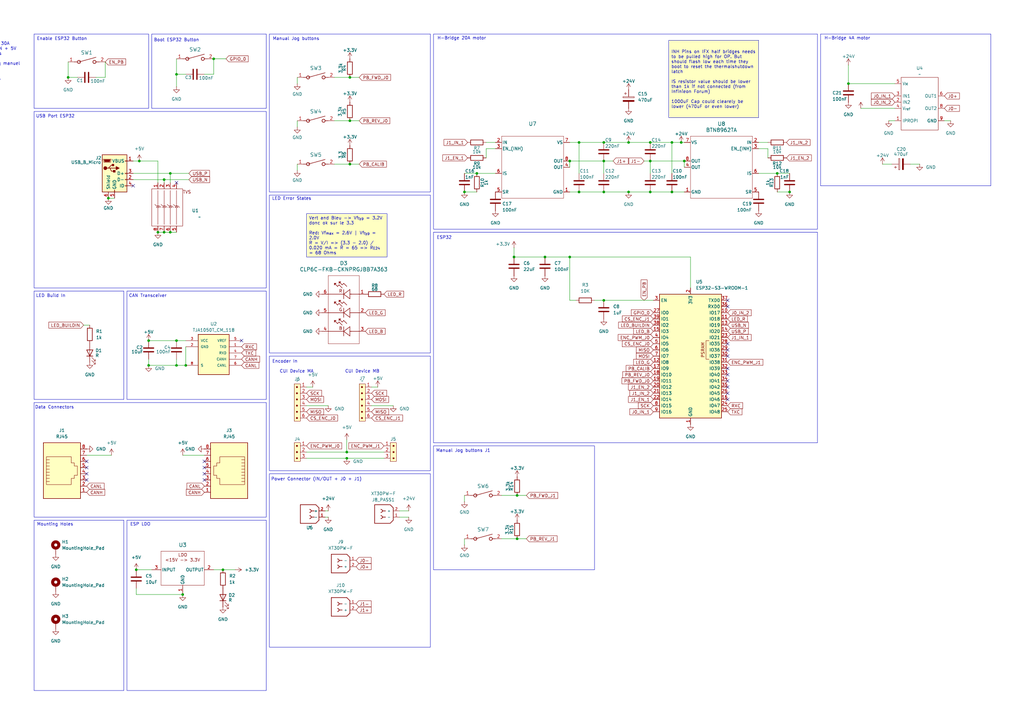
<source format=kicad_sch>
(kicad_sch (version 20231120) (generator "eeschema") (generator_version "8.0")
  (paper "A3")
  (junction (at 257.81 78.74))
  (junction (at 323.85 78.74))
  (junction (at 247.65 123.19))
  (junction (at 223.52 105.41))
  (junction (at 237.49 78.74))
  (junction (at 143.51 31.75))
  (junction (at 212.09 220.98))
  (junction (at 64.77 95.25))
  (junction (at 257.81 58.42))
  (junction (at 60.96 139.7))
  (junction (at 190.5 78.74))
  (junction (at 142.24 187.96))
  (junction (at 266.7 66.04))
  (junction (at 279.4 58.42))
  (junction (at 69.85 95.25))
  (junction (at 76.2 149.86))
  (junction (at 318.77 71.12))
  (junction (at 212.09 203.2))
  (junction (at 237.49 58.42))
  (junction (at 143.51 49.53))
  (junction (at 44.45 81.28))
  (junction (at 72.39 30.48))
  (junction (at 275.59 58.42))
  (junction (at 210.82 105.41))
  (junction (at 27.94 31.75))
  (junction (at 57.15 66.04))
  (junction (at 275.59 78.74))
  (junction (at 67.31 95.25))
  (junction (at 233.68 66.04))
  (junction (at 87.63 24.13))
  (junction (at 69.85 71.12))
  (junction (at 195.58 71.12))
  (junction (at 266.7 78.74))
  (junction (at 74.93 243.84))
  (junction (at 266.7 58.42))
  (junction (at 55.88 233.68))
  (junction (at 72.39 139.7))
  (junction (at 60.96 149.86))
  (junction (at 143.51 67.31))
  (junction (at 280.67 66.04))
  (junction (at 91.44 233.68))
  (junction (at 247.65 78.74))
  (junction (at 142.24 185.42))
  (junction (at 67.31 73.66))
  (junction (at 233.68 105.41))
  (junction (at 347.98 34.29))
  (junction (at 247.65 66.04))
  (junction (at 247.65 58.42))
  (junction (at 72.39 149.86))
  (no_connect (at 298.45 158.75))
  (no_connect (at 298.45 125.73))
  (no_connect (at 35.56 196.85))
  (no_connect (at 298.45 163.83))
  (no_connect (at 298.45 156.21))
  (no_connect (at 83.82 189.23))
  (no_connect (at 298.45 143.51))
  (no_connect (at 54.61 76.2))
  (no_connect (at 298.45 123.19))
  (no_connect (at 72.39 74.93))
  (no_connect (at 83.82 191.77))
  (no_connect (at 298.45 161.29))
  (no_connect (at 35.56 191.77))
  (no_connect (at 298.45 140.97))
  (no_connect (at 35.56 189.23))
  (no_connect (at 83.82 196.85))
  (no_connect (at 35.56 194.31))
  (no_connect (at 298.45 151.13))
  (no_connect (at 298.45 146.05))
  (no_connect (at 83.82 194.31))
  (no_connect (at 298.45 153.67))
  (no_connect (at 99.06 139.7))
  (wire (pts (xy 27.94 31.75) (xy 31.75 31.75)))
  (wire (pts (xy 92.71 24.13) (xy 87.63 24.13)))
  (wire (pts (xy 55.88 233.68) (xy 62.23 233.68)))
  (wire (pts (xy 143.51 31.75) (xy 137.16 31.75)))
  (wire (pts (xy 67.31 73.66) (xy 77.47 73.66)))
  (wire (pts (xy 243.84 123.19) (xy 247.65 123.19)))
  (wire (pts (xy 69.85 71.12) (xy 69.85 74.93)))
  (wire (pts (xy 142.24 185.42) (xy 125.73 185.42)))
  (wire (pts (xy 163.83 212.09) (xy 167.64 212.09)))
  (wire (pts (xy 283.21 105.41) (xy 283.21 118.11)))
  (wire (pts (xy 377.19 67.31) (xy 373.38 67.31)))
  (wire (pts (xy 91.44 233.68) (xy 87.63 233.68)))
  (wire (pts (xy 347.98 34.29) (xy 367.03 34.29)))
  (wire (pts (xy 128.27 158.75) (xy 125.73 158.75)))
  (wire (pts (xy 215.9 203.2) (xy 212.09 203.2)))
  (wire (pts (xy 147.32 67.31) (xy 143.51 67.31)))
  (wire (pts (xy 266.7 58.42) (xy 275.59 58.42)))
  (wire (pts (xy 74.93 186.69) (xy 83.82 186.69)))
  (wire (pts (xy 280.67 66.04) (xy 280.67 68.58)))
  (wire (pts (xy 275.59 58.42) (xy 279.4 58.42)))
  (wire (pts (xy 190.5 78.74) (xy 195.58 78.74)))
  (wire (pts (xy 205.74 220.98) (xy 212.09 220.98)))
  (wire (pts (xy 195.58 71.12) (xy 203.2 71.12)))
  (wire (pts (xy 121.92 69.85) (xy 121.92 67.31)))
  (wire (pts (xy 55.88 241.3) (xy 55.88 243.84)))
  (wire (pts (xy 237.49 58.42) (xy 237.49 71.12)))
  (wire (pts (xy 72.39 35.56) (xy 72.39 30.48)))
  (wire (pts (xy 72.39 30.48) (xy 72.39 24.13)))
  (wire (pts (xy 163.83 209.55) (xy 167.64 209.55)))
  (wire (pts (xy 364.49 49.53) (xy 367.03 49.53)))
  (wire (pts (xy 266.7 66.04) (xy 266.7 71.12)))
  (wire (pts (xy 121.92 34.29) (xy 121.92 31.75)))
  (wire (pts (xy 69.85 71.12) (xy 77.47 71.12)))
  (wire (pts (xy 210.82 105.41) (xy 223.52 105.41)))
  (wire (pts (xy 257.81 78.74) (xy 266.7 78.74)))
  (wire (pts (xy 237.49 78.74) (xy 247.65 78.74)))
  (wire (pts (xy 64.77 66.04) (xy 64.77 74.93)))
  (wire (pts (xy 54.61 71.12) (xy 69.85 71.12)))
  (wire (pts (xy 190.5 223.52) (xy 190.5 220.98)))
  (wire (pts (xy 83.82 30.48) (xy 87.63 30.48)))
  (wire (pts (xy 212.09 203.2) (xy 205.74 203.2)))
  (wire (pts (xy 154.94 158.75) (xy 152.4 158.75)))
  (wire (pts (xy 125.73 187.96) (xy 142.24 187.96)))
  (wire (pts (xy 247.65 123.19) (xy 267.97 123.19)))
  (wire (pts (xy 314.96 58.42) (xy 311.15 58.42)))
  (wire (pts (xy 223.52 105.41) (xy 233.68 105.41)))
  (wire (pts (xy 199.39 60.96) (xy 203.2 60.96)))
  (wire (pts (xy 60.96 149.86) (xy 72.39 149.86)))
  (wire (pts (xy 87.63 30.48) (xy 87.63 24.13)))
  (wire (pts (xy 233.68 78.74) (xy 237.49 78.74)))
  (wire (pts (xy 233.68 66.04) (xy 247.65 66.04)))
  (wire (pts (xy 275.59 58.42) (xy 275.59 71.12)))
  (wire (pts (xy 233.68 105.41) (xy 233.68 123.19)))
  (wire (pts (xy 121.92 52.07) (xy 121.92 49.53)))
  (wire (pts (xy 199.39 58.42) (xy 203.2 58.42)))
  (wire (pts (xy 134.62 209.55) (xy 133.35 209.55)))
  (wire (pts (xy 199.39 64.77) (xy 199.39 60.96)))
  (wire (pts (xy 318.77 71.12) (xy 311.15 71.12)))
  (wire (pts (xy 137.16 49.53) (xy 143.51 49.53)))
  (wire (pts (xy 247.65 58.42) (xy 257.81 58.42)))
  (wire (pts (xy 190.5 205.74) (xy 190.5 203.2)))
  (wire (pts (xy 96.52 233.68) (xy 91.44 233.68)))
  (wire (pts (xy 283.21 105.41) (xy 233.68 105.41)))
  (wire (pts (xy 44.45 81.28) (xy 46.99 81.28)))
  (wire (pts (xy 27.94 25.4) (xy 27.94 31.75)))
  (wire (pts (xy 36.83 133.35) (xy 34.29 133.35)))
  (wire (pts (xy 142.24 180.34) (xy 142.24 185.42)))
  (wire (pts (xy 69.85 95.25) (xy 72.39 95.25)))
  (wire (pts (xy 353.06 44.45) (xy 367.03 44.45)))
  (wire (pts (xy 60.96 139.7) (xy 72.39 139.7)))
  (wire (pts (xy 60.96 147.32) (xy 60.96 149.86)))
  (wire (pts (xy 275.59 78.74) (xy 280.67 78.74)))
  (wire (pts (xy 134.62 212.09) (xy 133.35 212.09)))
  (wire (pts (xy 264.16 66.04) (xy 266.7 66.04)))
  (wire (pts (xy 143.51 67.31) (xy 137.16 67.31)))
  (wire (pts (xy 76.2 142.24) (xy 76.2 149.86)))
  (wire (pts (xy 64.77 95.25) (xy 67.31 95.25)))
  (wire (pts (xy 161.29 166.37) (xy 152.4 166.37)))
  (wire (pts (xy 43.18 31.75) (xy 43.18 25.4)))
  (wire (pts (xy 72.39 147.32) (xy 72.39 149.86)))
  (wire (pts (xy 247.65 78.74) (xy 257.81 78.74)))
  (wire (pts (xy 314.96 60.96) (xy 311.15 60.96)))
  (wire (pts (xy 247.65 66.04) (xy 251.46 66.04)))
  (wire (pts (xy 142.24 185.42) (xy 157.48 185.42)))
  (wire (pts (xy 233.68 66.04) (xy 233.68 68.58)))
  (wire (pts (xy 72.39 149.86) (xy 76.2 149.86)))
  (wire (pts (xy 247.65 66.04) (xy 247.65 71.12)))
  (wire (pts (xy 39.37 31.75) (xy 43.18 31.75)))
  (wire (pts (xy 134.62 166.37) (xy 125.73 166.37)))
  (wire (pts (xy 257.81 58.42) (xy 266.7 58.42)))
  (wire (pts (xy 389.89 49.53) (xy 387.35 49.53)))
  (wire (pts (xy 64.77 66.04) (xy 57.15 66.04)))
  (wire (pts (xy 233.68 123.19) (xy 236.22 123.19)))
  (wire (pts (xy 57.15 66.04) (xy 54.61 66.04)))
  (wire (pts (xy 142.24 187.96) (xy 157.48 187.96)))
  (wire (pts (xy 347.98 26.67) (xy 347.98 34.29)))
  (wire (pts (xy 323.85 71.12) (xy 318.77 71.12)))
  (wire (pts (xy 35.56 186.69) (xy 45.72 186.69)))
  (wire (pts (xy 212.09 220.98) (xy 215.9 220.98)))
  (wire (pts (xy 190.5 71.12) (xy 195.58 71.12)))
  (wire (pts (xy 279.4 58.42) (xy 280.67 58.42)))
  (wire (pts (xy 67.31 73.66) (xy 67.31 74.93)))
  (wire (pts (xy 143.51 49.53) (xy 147.32 49.53)))
  (wire (pts (xy 210.82 101.6) (xy 210.82 105.41)))
  (wire (pts (xy 54.61 73.66) (xy 67.31 73.66)))
  (wire (pts (xy 147.32 31.75) (xy 143.51 31.75)))
  (wire (pts (xy 233.68 58.42) (xy 237.49 58.42)))
  (wire (pts (xy 266.7 78.74) (xy 275.59 78.74)))
  (wire (pts (xy 314.96 64.77) (xy 314.96 60.96)))
  (wire (pts (xy 237.49 58.42) (xy 247.65 58.42)))
  (wire (pts (xy 67.31 95.25) (xy 69.85 95.25)))
  (wire (pts (xy 72.39 139.7) (xy 76.2 139.7)))
  (wire (pts (xy 361.95 67.31) (xy 365.76 67.31)))
  (wire (pts (xy 55.88 243.84) (xy 74.93 243.84)))
  (wire (pts (xy 266.7 66.04) (xy 280.67 66.04)))
  (wire (pts (xy 323.85 78.74) (xy 318.77 78.74)))
  (wire (pts (xy 76.2 30.48) (xy 72.39 30.48)))
  (rectangle (start 110.49 13.97) (end 176.53 78.74))
  (rectangle (start 62.23 13.97) (end 109.22 44.45))
  (rectangle (start 13.97 119.38) (end 50.8 163.83))
  (rectangle (start 177.8 95.25) (end 335.28 181.61))
  (rectangle (start 110.49 194.31) (end 176.53 265.43))
  (rectangle (start 110.49 80.01) (end 176.53 144.78))
  (rectangle (start 13.97 213.36) (end 50.8 283.21))
  (rectangle (start 177.8 13.97) (end 335.28 93.98))
  (rectangle (start 13.97 45.72) (end 109.22 118.11))
  (rectangle (start 13.97 13.97) (end 60.96 44.45))
  (rectangle (start 13.97 165.1) (end 109.22 212.09))
  (rectangle (start 177.8 182.88) (end 243.84 233.68))
  (rectangle (start 52.07 119.38) (end 109.22 163.83))
  (rectangle (start 52.07 213.36) (end 109.22 283.21))
  (rectangle (start 110.49 146.05) (end 176.53 193.04))
  (rectangle (start 336.55 13.97) (end 406.4 76.2))
  (text_box "Vert and Bleu -> Vf_{typ} = 3.2V donc ok sur le 3.3\n\nRed: Vf_{max} = 2.6V | Vf_{typ} = 2.0V\nR = V/I => (3.3 - 2.0) / 0.020 mA = R = 65 => R_{E24} = 68 Ohms\n" (at 125.73 87.63 0) (size 33.02 17.78) (fill (type color) (color 255 255 194 1)) (effects (font (size 1.27 1.27)) (justify left top)))
  (text_box "INH Pins on IFX half bridges needs to be pulled high for OP. But should flash low each time they boot to reset the thermalshutdown latch\n\nIS resistor value should be lower than 1k if not connected (from Infinieon Forum)\n\n1000uF Cap could clearely be lower (470uF or even lower)" (at 274.32 16.51 0) (size 36.83 31.75) (fill (type color) (color 255 255 194 1)) (effects (font (size 1.27 1.27)) (justify left)))
  (text "Boot ESP32 Button" (at 72.39 16.51 0) (effects (font (size 1.27 1.27))))
  (text "LED Build In" (at 14.732 121.412 0) (effects (font (size 1.27 1.27)) (justify left)))
  (text "Enable ESP32 Button" (at 25.4 16.002 0) (effects (font (size 1.27 1.27))))
  (text "CAN Transceiver" (at 52.832 121.412 0) (effects (font (size 1.27 1.27)) (justify left)))
  (text "Encoder In" (at 116.84 148.336 0) (effects (font (size 1.27 1.27))))
  (text "LED Error States" (at 119.634 81.534 0) (effects (font (size 1.27 1.27))))
  (text "Power Connector (IN/OUT + J0 + J1)" (at 129.794 196.596 0) (effects (font (size 1.27 1.27))))
  (text "ESP LDO" (at 53.34 215.138 0) (effects (font (size 1.27 1.27)) (justify left)))
  (text "CUI Device MB" (at 148.59 152.4 0) (effects (font (size 1.27 1.27))))
  (text "Manual Jog buttons" (at 121.412 16.002 0) (effects (font (size 1.27 1.27))))
  (text "Data Connectors" (at 22.352 167.132 0) (effects (font (size 1.27 1.27))))
  (text "H-Bridge 20A motor" (at 179.324 15.748 0) (effects (font (size 1.27 1.27)) (justify left)))
  (text "Mounting Holes" (at 22.606 215.138 0) (effects (font (size 1.27 1.27))))
  (text "USB Port ESP32" (at 14.732 47.752 0) (effects (font (size 1.27 1.27)) (justify left)))
  (text "Requirements:\n(x) ESP32 Basics\n(x) CANBUS\n(x) Passthrough de 30A\n(x) Passthrough CAN + 5V\n(x) 1 ou 2 encoders\n(x) Actual drive\n(x) 2 Bouton de jog manuel\n(x) 1 Bouton calib\n(x) Drive 4A\n(x) Output Motor 4A\n(x) Encodeur SPI" (at -19.304 23.114 0) (effects (font (size 1.27 1.27)) (justify left)))
  (text "CUI Device MA" (at 121.666 152.4 0) (effects (font (size 1.27 1.27))))
  (text "Manual Jog buttons J1" (at 189.992 184.912 0) (effects (font (size 1.27 1.27))))
  (text "H-Bridge 4A motor" (at 338.074 15.748 0) (effects (font (size 1.27 1.27)) (justify left)))
  (text "ESP32" (at 179.07 97.536 0) (effects (font (size 1.27 1.27)) (justify left)))
  (global_label "ENC_PWM_J1" (shape input) (at 298.45 148.59 0) (property "Intersheetrefs" "${INTERSHEET_REFS}" (effects (hide yes))))
  (global_label "J0_IN_1" (shape input) (at 367.03 39.37 180) (property "Intersheetrefs" "${INTERSHEET_REFS}" (effects (hide yes))))
  (global_label "LED_B" (shape input) (at 267.97 135.89 180) (property "Intersheetrefs" "${INTERSHEET_REFS}" (effects (hide yes))))
  (global_label "CANH" (shape input) (at 35.56 201.93 0) (property "Intersheetrefs" "${INTERSHEET_REFS}" (effects (hide yes))))
  (global_label "ENC_PWM_J0" (shape input) (at 267.97 138.43 180) (property "Intersheetrefs" "${INTERSHEET_REFS}" (effects (hide yes))))
  (global_label "J1+" (shape input) (at 251.46 66.04 0) (property "Intersheetrefs" "${INTERSHEET_REFS}" (effects (hide yes))))
  (global_label "SCK" (shape input) (at 125.73 161.29 0) (property "Intersheetrefs" "${INTERSHEET_REFS}" (effects (hide yes))))
  (global_label "LED_B" (shape input) (at 149.86 135.89 0) (property "Intersheetrefs" "${INTERSHEET_REFS}" (effects (hide yes))))
  (global_label "MOSI" (shape input) (at 152.4 163.83 0) (property "Intersheetrefs" "${INTERSHEET_REFS}" (effects (hide yes))))
  (global_label "J1_EN_2" (shape input) (at 322.58 64.77 0) (property "Intersheetrefs" "${INTERSHEET_REFS}" (effects (hide yes))))
  (global_label "LED_G" (shape input) (at 267.97 148.59 180) (property "Intersheetrefs" "${INTERSHEET_REFS}" (effects (hide yes))))
  (global_label "MOSI" (shape input) (at 267.97 146.05 180) (property "Intersheetrefs" "${INTERSHEET_REFS}" (effects (hide yes))))
  (global_label "J1_IN_1" (shape input) (at 191.77 58.42 180) (property "Intersheetrefs" "${INTERSHEET_REFS}" (effects (hide yes))))
  (global_label "PB_FWD_J1" (shape input) (at 215.9 203.2 0) (property "Intersheetrefs" "${INTERSHEET_REFS}" (effects (hide yes))))
  (global_label "J1-" (shape input) (at 264.16 66.04 180) (property "Intersheetrefs" "${INTERSHEET_REFS}" (effects (hide yes))))
  (global_label "J0_IN_1" (shape input) (at 267.97 168.91 180) (property "Intersheetrefs" "${INTERSHEET_REFS}" (effects (hide yes))))
  (global_label "PB_CALIB" (shape input) (at 147.32 67.31 0) (property "Intersheetrefs" "${INTERSHEET_REFS}" (effects (hide yes))))
  (global_label "MOSI" (shape input) (at 125.73 163.83 0) (property "Intersheetrefs" "${INTERSHEET_REFS}" (effects (hide yes))))
  (global_label "PB_REV_J0" (shape input) (at 147.32 49.53 0) (property "Intersheetrefs" "${INTERSHEET_REFS}" (effects (hide yes))))
  (global_label "SCK" (shape input) (at 267.97 166.37 180) (property "Intersheetrefs" "${INTERSHEET_REFS}" (effects (hide yes))))
  (global_label "RXC" (shape input) (at 298.45 166.37 0) (property "Intersheetrefs" "${INTERSHEET_REFS}" (effects (hide yes))))
  (global_label "USB_N" (shape input) (at 298.45 133.35 0) (property "Intersheetrefs" "${INTERSHEET_REFS}" (effects (hide yes))))
  (global_label "PB_FWD_J0" (shape input) (at 147.32 31.75 0) (property "Intersheetrefs" "${INTERSHEET_REFS}" (effects (hide yes))))
  (global_label "USB_P" (shape input) (at 77.47 71.12 0) (property "Intersheetrefs" "${INTERSHEET_REFS}" (effects (hide yes))))
  (global_label "ENC_PWM_J1" (shape input) (at 157.48 182.88 180) (property "Intersheetrefs" "${INTERSHEET_REFS}" (effects (hide yes))))
  (global_label "J1-" (shape input) (at 146.05 247.65 0) (property "Intersheetrefs" "${INTERSHEET_REFS}" (effects (hide yes))))
  (global_label "CS_ENC_J1" (shape input) (at 152.4 171.45 0) (property "Intersheetrefs" "${INTERSHEET_REFS}" (effects (hide yes))))
  (global_label "SCK" (shape input) (at 152.4 161.29 0) (property "Intersheetrefs" "${INTERSHEET_REFS}" (effects (hide yes))))
  (global_label "CANL" (shape input) (at 35.56 199.39 0) (property "Intersheetrefs" "${INTERSHEET_REFS}" (effects (hide yes))))
  (global_label "CANH" (shape input) (at 99.06 147.32 0) (property "Intersheetrefs" "${INTERSHEET_REFS}" (effects (hide yes))))
  (global_label "PB_CALIB" (shape input) (at 267.97 151.13 180) (property "Intersheetrefs" "${INTERSHEET_REFS}" (effects (hide yes))))
  (global_label "GPIO_0" (shape input) (at 92.71 24.13 0) (property "Intersheetrefs" "${INTERSHEET_REFS}" (effects (hide yes))))
  (global_label "J0+" (shape input) (at 387.35 39.37 0) (property "Intersheetrefs" "${INTERSHEET_REFS}" (effects (hide yes))))
  (global_label "PB_REV_J1" (shape input) (at 215.9 220.98 0) (property "Intersheetrefs" "${INTERSHEET_REFS}" (effects (hide yes))))
  (global_label "J1_EN_2" (shape input) (at 267.97 158.75 180) (property "Intersheetrefs" "${INTERSHEET_REFS}" (effects (hide yes))))
  (global_label "GPIO_0" (shape input) (at 267.97 128.27 180) (property "Intersheetrefs" "${INTERSHEET_REFS}" (effects (hide yes))))
  (global_label "PB_FWD_J0" (shape input) (at 267.97 156.21 180) (property "Intersheetrefs" "${INTERSHEET_REFS}" (effects (hide yes))))
  (global_label "LED_BUILDIN" (shape input) (at 34.29 133.35 180) (property "Intersheetrefs" "${INTERSHEET_REFS}" (effects (hide yes))))
  (global_label "J1_IN_1" (shape input) (at 298.45 138.43 0) (property "Intersheetrefs" "${INTERSHEET_REFS}" (effects (hide yes))))
  (global_label "J1_IN_2" (shape input) (at 267.97 161.29 180) (property "Intersheetrefs" "${INTERSHEET_REFS}" (effects (hide yes))))
  (global_label "TXC" (shape input) (at 99.06 144.78 0) (property "Intersheetrefs" "${INTERSHEET_REFS}" (effects (hide yes))))
  (global_label "MISO" (shape input) (at 152.4 168.91 0) (property "Intersheetrefs" "${INTERSHEET_REFS}" (effects (hide yes))))
  (global_label "USB_N" (shape input) (at 77.47 73.66 0) (property "Intersheetrefs" "${INTERSHEET_REFS}" (effects (hide yes))))
  (global_label "CS_ENC_J0" (shape input) (at 267.97 140.97 180) (property "Intersheetrefs" "${INTERSHEET_REFS}" (effects (hide yes))))
  (global_label "EN_PB" (shape input) (at 43.18 25.4 0) (property "Intersheetrefs" "${INTERSHEET_REFS}" (effects (hide yes))))
  (global_label "J0_IN_2" (shape input) (at 298.45 128.27 0) (property "Intersheetrefs" "${INTERSHEET_REFS}" (effects (hide yes))))
  (global_label "J1+" (shape input) (at 146.05 250.19 0) (property "Intersheetrefs" "${INTERSHEET_REFS}" (effects (hide yes))))
  (global_label "EN_PB" (shape input) (at 264.16 123.19 90) (property "Intersheetrefs" "${INTERSHEET_REFS}" (effects (hide yes))))
  (global_label "CS_ENC_J0" (shape input) (at 125.73 171.45 0) (property "Intersheetrefs" "${INTERSHEET_REFS}" (effects (hide yes))))
  (global_label "ENC_PWM_J0" (shape input) (at 125.73 182.88 0) (property "Intersheetrefs" "${INTERSHEET_REFS}" (effects (hide yes))))
  (global_label "PB_REV_J0" (shape input) (at 267.97 153.67 180) (property "Intersheetrefs" "${INTERSHEET_REFS}" (effects (hide yes))))
  (global_label "J1_EN_1" (shape input) (at 267.97 163.83 180) (property "Intersheetrefs" "${INTERSHEET_REFS}" (effects (hide yes))))
  (global_label "LED_R" (shape input) (at 298.45 130.81 0) (property "Intersheetrefs" "${INTERSHEET_REFS}" (effects (hide yes))))
  (global_label "MISO" (shape input) (at 267.97 143.51 180) (property "Intersheetrefs" "${INTERSHEET_REFS}" (effects (hide yes))))
  (global_label "J1_IN_2" (shape input) (at 322.58 58.42 0) (property "Intersheetrefs" "${INTERSHEET_REFS}" (effects (hide yes))))
  (global_label "RXC" (shape input) (at 99.06 142.24 0) (property "Intersheetrefs" "${INTERSHEET_REFS}" (effects (hide yes))))
  (global_label "TXC" (shape input) (at 298.45 168.91 0) (property "Intersheetrefs" "${INTERSHEET_REFS}" (effects (hide yes))))
  (global_label "CS_ENC_J1" (shape input) (at 267.97 130.81 180) (property "Intersheetrefs" "${INTERSHEET_REFS}" (effects (hide yes))))
  (global_label "CANL" (shape input) (at 83.82 199.39 180) (property "Intersheetrefs" "${INTERSHEET_REFS}" (effects (hide yes))))
  (global_label "J0-" (shape input) (at 146.05 229.87 0) (property "Intersheetrefs" "${INTERSHEET_REFS}" (effects (hide yes))))
  (global_label "LED_BUILDIN" (shape input) (at 267.97 133.35 180) (property "Intersheetrefs" "${INTERSHEET_REFS}" (effects (hide yes))))
  (global_label "J1_EN_1" (shape input) (at 191.77 64.77 180) (property "Intersheetrefs" "${INTERSHEET_REFS}" (effects (hide yes))))
  (global_label "CANH" (shape input) (at 83.82 201.93 180) (property "Intersheetrefs" "${INTERSHEET_REFS}" (effects (hide yes))))
  (global_label "USB_P" (shape input) (at 298.45 135.89 0) (property "Intersheetrefs" "${INTERSHEET_REFS}" (effects (hide yes))))
  (global_label "LED_G" (shape input) (at 149.86 128.27 0) (property "Intersheetrefs" "${INTERSHEET_REFS}" (effects (hide yes))))
  (global_label "J0_IN_2" (shape input) (at 367.03 41.91 180) (property "Intersheetrefs" "${INTERSHEET_REFS}" (effects (hide yes))))
  (global_label "CANL" (shape input) (at 99.06 149.86 0) (property "Intersheetrefs" "${INTERSHEET_REFS}" (effects (hide yes))))
  (global_label "LED_R" (shape input) (at 157.48 120.65 0) (property "Intersheetrefs" "${INTERSHEET_REFS}" (effects (hide yes))))
  (global_label "MISO" (shape input) (at 125.73 168.91 0) (property "Intersheetrefs" "${INTERSHEET_REFS}" (effects (hide yes))))
  (global_label "J0-" (shape input) (at 387.35 44.45 0) (property "Intersheetrefs" "${INTERSHEET_REFS}" (effects (hide yes))))
  (global_label "J0+" (shape input) (at 146.05 232.41 0) (property "Intersheetrefs" "${INTERSHEET_REFS}" (effects (hide yes))))
  (symbol (lib_id "power:+3.3V") (at 143.51 41.91 0) (unit 1)
    (property "Reference" "#PWR034" (effects (hide yes)))
    (property "Value" "+3.3V" (at 143.51 38.354 0))
    (property "Description" "Power symbol creates a global label with name \"+3.3V\"" (effects (hide yes)))
  )
  (symbol (lib_id "power:GND") (at 27.94 31.75 0) (unit 1)
    (property "Reference" "#PWR01" (effects (hide yes)))
    (property "Value" "GND" (at 27.94 36.83 0))
    (property "Description" "Power symbol creates a global label with name \"GND\" , ground" (effects (hide yes)))
  )
  (symbol (lib_id "power:+7.5V") (at 154.94 158.75 0) (unit 1)
    (property "Reference" "#PWR039" (effects (hide yes)))
    (property "Value" "+5V" (at 154.94 155.194 0))
    (property "Description" "Power symbol creates a global label with name \"+7.5V\"" (effects (hide yes)))
  )
  (symbol (lib_id "power:+3.3V") (at 96.52 233.68 270) (unit 1)
    (property "Reference" "#PWR018" (effects (hide yes)))
    (property "Value" "+3.3V" (at 100.33 233.6799 90) (effects (justify left)))
    (property "Description" "Power symbol creates a global label with name \"+3.3V\"" (effects (hide yes)))
  )
  (symbol (lib_id "power:GND") (at 389.89 49.53 0) (unit 1)
    (property "Reference" "#PWR056" (effects (hide yes)))
    (property "Value" "GND" (at 389.89 54.61 0))
    (property "Description" "Power symbol creates a global label with name \"GND\" , ground" (effects (hide yes)))
  )
  (symbol (lib_id "Device:R") (at 143.51 45.72 180) (unit 1)
    (property "Reference" "R5" (at 141.224 45.72 90))
    (property "Value" "3.3k" (at 139.446 45.72 90))
    (property "Footprint" "Resistor_SMD:R_0805_2012Metric_Pad1.20x1.40mm_HandSolder" (effects (hide yes)))
    (property "Description" "Resistor" (effects (hide yes)))
  )
  (symbol (lib_id "Device:C") (at 190.5 74.93 0) (unit 1)
    (property "Reference" "C16" (at 190.754 70.104 0) (effects (justify left)))
    (property "Value" "1nF" (at 190.754 72.644 0) (effects (justify left)))
    (property "Footprint" "Capacitor_SMD:C_0805_2012Metric_Pad1.18x1.45mm_HandSolder" (effects (hide yes)))
    (property "Description" "Unpolarized capacitor, 24V" (effects (hide yes)))
  )
  (symbol (lib_id "power:GND") (at 64.77 95.25 0) (unit 1)
    (property "Reference" "#PWR07" (effects (hide yes)))
    (property "Value" "GND" (at 64.77 100.33 0))
    (property "Description" "Power symbol creates a global label with name \"GND\" , ground" (effects (hide yes)))
  )
  (symbol (lib_id "power:GND") (at 132.08 128.27 270) (unit 1)
    (property "Reference" "#PWR031" (effects (hide yes)))
    (property "Value" "GND" (at 128.27 128.2699 90) (effects (justify right)))
    (property "Description" "Power symbol creates a global label with name \"GND\" , ground" (effects (hide yes)))
  )
  (symbol (lib_id "Custom:TVS_-_150-SMDB03CE3/TR7TR-ND") (at 68.58 85.09 0) (unit 1)
    (property "Reference" "U1" (at 78.74 86.36 0) (effects (justify left)))
    (property "Value" "~" (at 81.28 89.01 0) (effects (justify left)))
    (property "Footprint" "Package_SO:SOIC-8-1EP_3.9x4.9mm_P1.27mm_EP2.29x3mm" (effects (hide yes)))
    (property "Datasheet" "150-SMDB03CE3/TR7TR-ND" (effects (hide yes)))
  )
  (symbol (lib_id "Custom:JST6_Pins") (at 123.19 157.48 270) (unit 1)
    (property "Reference" "J6" (at 121.92 155.448 90))
    (property "Value" "~" (at 121.92 156.21 90))
    (property "Footprint" "Connector_JST:JST_XH_B6B-XH-AM_1x06_P2.50mm_Vertical" (effects (hide yes)))
  )
  (symbol (lib_id "Device:LED") (at 91.44 245.11 90) (unit 1)
    (property "Reference" "D2" (at 93.726 244.094 90) (effects (justify right)))
    (property "Value" "R" (at 93.726 246.126 90) (effects (justify right)))
    (property "Footprint" "LED_SMD:LED_0805_2012Metric_Pad1.15x1.40mm_HandSolder" (effects (hide yes)))
    (property "Datasheet" "https://www.we-online.com/components/products/datasheet/150080SS75000.pdf" (effects (hide yes)))
    (property "Description" "Light emitting diode | 150080SS75000" (effects (hide yes)))
  )
  (symbol (lib_id "power:+3.3V") (at 143.51 24.13 0) (unit 1)
    (property "Reference" "#PWR033" (effects (hide yes)))
    (property "Value" "+3.3V" (at 143.51 20.574 0))
    (property "Description" "Power symbol creates a global label with name \"+3.3V\"" (effects (hide yes)))
  )
  (symbol (lib_id "power:+5V") (at 57.15 66.04 0) (unit 1)
    (property "Reference" "#PWR06" (effects (hide yes)))
    (property "Value" "+5V" (at 57.15 60.96 0))
    (property "Description" "Power symbol creates a global label with name \"+5V\"" (effects (hide yes)))
  )
  (symbol (lib_id "Device:R") (at 240.03 123.19 90) (unit 1)
    (property "Reference" "R3" (at 240.03 116.84 90))
    (property "Value" "10K" (at 240.03 119.38 90))
    (property "Footprint" "Resistor_SMD:R_0805_2012Metric_Pad1.20x1.40mm_HandSolder" (effects (hide yes)))
    (property "Description" "Resistor" (effects (hide yes)))
  )
  (symbol (lib_id "Custom:JST6_Pins") (at 149.86 157.48 270) (unit 1)
    (property "Reference" "J7" (at 148.59 155.194 90))
    (property "Value" "~" (at 148.59 156.21 90))
    (property "Footprint" "Connector_JST:JST_XH_B6B-XH-AM_1x06_P2.50mm_Vertical" (effects (hide yes)))
  )
  (symbol (lib_id "power:+3.3V") (at 212.09 195.58 0) (unit 1)
    (property "Reference" "#PWR063" (effects (hide yes)))
    (property "Value" "+3.3V" (at 212.09 192.024 0))
    (property "Description" "Power symbol creates a global label with name \"+3.3V\"" (effects (hide yes)))
  )
  (symbol (lib_id "power:GND") (at 223.52 113.03 0) (unit 1)
    (property "Reference" "#PWR023" (effects (hide yes)))
    (property "Value" "GND" (at 223.52 118.11 0))
    (property "Description" "Power symbol creates a global label with name \"GND\" , ground" (effects (hide yes)))
  )
  (symbol (lib_id "power:GND") (at 210.82 113.03 0) (unit 1)
    (property "Reference" "#PWR021" (effects (hide yes)))
    (property "Value" "GND" (at 210.82 118.11 0))
    (property "Description" "Power symbol creates a global label with name \"GND\" , ground" (effects (hide yes)))
  )
  (symbol (lib_id "TS09_63_25_WT_160_SMT_TR:TS09-63-25-WT-160-SMT-TR") (at 121.92 67.31 0) (unit 1)
    (property "Reference" "SW5" (at 129.54 63.5 0) (effects (font (size 1.524 1.524))))
    (property "Value" "TS09-63-25-WT-160-SMT-TR" (effects (hide yes)))
    (property "Footprint" "TS09_63_25_WT_160_SMT_TR:SW_TS09-63-25_CUD" (effects (hide yes)))
    (property "Datasheet" "TS09-63-25-WT-160-SMT-TR" (effects (hide yes)))
  )
  (symbol (lib_id "Device:C") (at 72.39 143.51 0) (unit 1)
    (property "Reference" "C4" (at 67.31 142.494 0) (effects (justify left)))
    (property "Value" "100nF" (at 64.008 144.272 0) (effects (justify left)))
    (property "Footprint" "Capacitor_SMD:C_0805_2012Metric_Pad1.18x1.45mm_HandSolder" (effects (hide yes)))
    (property "Description" "Unpolarized capacitor" (effects (hide yes)))
  )
  (symbol (lib_id "Device:C") (at 237.49 74.93 0) (unit 1)
    (property "Reference" "C11" (at 237.744 70.104 0) (effects (justify left)))
    (property "Value" "100nF" (at 237.744 72.644 0) (effects (justify left)))
    (property "Footprint" "Capacitor_SMD:C_0805_2012Metric_Pad1.18x1.45mm_HandSolder" (effects (hide yes)))
    (property "Description" "Unpolarized capacitor, 24V" (effects (hide yes)))
  )
  (symbol (lib_id "Device:C") (at 247.65 127 0) (unit 1)
    (property "Reference" "C8" (at 251.46 125.7299 0) (effects (justify left)))
    (property "Value" "1uF" (at 251.46 128.2699 0) (effects (justify left)))
    (property "Footprint" "Capacitor_SMD:C_0805_2012Metric_Pad1.18x1.45mm_HandSolder" (effects (hide yes)))
    (property "Description" "Unpolarized capacitor" (effects (hide yes)))
  )
  (symbol (lib_id "Mechanical:MountingHole_Pad") (at 22.86 240.03 0) (unit 1) (exclude_from_sim yes) (in_bom no)
    (property "Reference" "H2" (at 25.4 237.4899 0) (effects (justify left)))
    (property "Value" "MountingHole_Pad" (at 25.4 240.0299 0) (effects (justify left)))
    (property "Footprint" "MountingHole:MountingHole_2.2mm_M2_DIN965_Pad_TopBottom" (effects (hide yes)))
    (property "Description" "Mounting Hole with connection" (effects (hide yes)))
  )
  (symbol (lib_id "Device:C") (at 60.96 143.51 0) (unit 1)
    (property "Reference" "C2" (at 55.88 142.494 0) (effects (justify left)))
    (property "Value" "10uF" (at 53.848 144.272 0) (effects (justify left)))
    (property "Footprint" "Capacitor_SMD:C_0805_2012Metric_Pad1.18x1.45mm_HandSolder" (effects (hide yes)))
    (property "Description" "Unpolarized capacitor" (effects (hide yes)))
  )
  (symbol (lib_name "XT30PW-F_1") (lib_id "XT30PW-F:XT30PW-F") (at 161.29 212.09 0) (mirror x) (unit 1)
    (property "Reference" "J8_PASS1" (at 157.226 204.978 0))
    (property "Value" "XT30PW-F" (at 157.226 202.438 0))
    (property "Footprint" "Connector_AMASS:AMASS_XT30PW-F_1x02_P2.50mm_Horizontal" (effects (hide yes)))
    (property "MF" "amass" (effects (hide yes)))
    (property "MAXIMUM_PACKAGE_HEIGHT" "5 mm" (effects (hide yes)))
    (property "Package" "None" (effects (hide yes)))
    (property "Price" "None" (effects (hide yes)))
    (property "Check_prices" "https://www.snapeda.com/parts/XT30PW-F/AMASS/view-part/?ref=eda" (effects (hide yes)))
    (property "STANDARD" "Manufacturer Recommendations" (effects (hide yes)))
    (property "PARTREV" "1.2" (effects (hide yes)))
    (property "SnapEDA_Link" "https://www.snapeda.com/parts/XT30PW-F/AMASS/view-part/?ref=snap" (effects (hide yes)))
    (property "MP" "XT30PW-F" (effects (hide yes)))
    (property "Description_1" "\nSocket; DC supply; XT30; female; PIN: 2; on PCBs; THT; yellow; 15A\n" (effects (hide yes)))
    (property "MANUFACTURER" "Amass" (effects (hide yes)))
    (property "Availability" "Not in stock" (effects (hide yes)))
    (property "SNAPEDA_PN" "XT30PW-F" (effects (hide yes)))
  )
  (symbol (lib_id "Connector:RJ45") (at 93.98 194.31 0) (mirror y) (unit 1)
    (property "Reference" "J3" (at 93.98 176.53 0))
    (property "Value" "RJ45" (at 93.98 179.07 0))
    (property "Footprint" "54601-908WPLF:AMPHENOL_54601-908WPLF" (effects (hide yes)))
    (property "Description" "RJ connector, 8P8C (8 positions 8 connected)" (effects (hide yes)))
  )
  (symbol (lib_id "Device:LED") (at 36.83 144.78 90) (unit 1)
    (property "Reference" "D1" (at 39.116 143.764 90) (effects (justify right)))
    (property "Value" "R" (at 39.116 145.796 90) (effects (justify right)))
    (property "Footprint" "LED_SMD:LED_0805_2012Metric_Pad1.15x1.40mm_HandSolder" (effects (hide yes)))
    (property "Datasheet" "https://www.we-online.com/components/products/datasheet/150080SS75000.pdf" (effects (hide yes)))
    (property "Description" "Light emitting diode | 150080SS75000" (effects (hide yes)))
  )
  (symbol (lib_id "RF_Module:ESP32-S3-WROOM-1") (at 283.21 146.05 0) (unit 1)
    (property "Reference" "U5" (at 285.4041 115.57 0) (effects (justify left)))
    (property "Value" "ESP32-S3-WROOM-1" (at 285.4041 118.11 0) (effects (justify left)))
    (property "Footprint" "RF_Module:ESP32-S3-WROOM-1" (effects (hide yes)))
    (property "Datasheet" "https://www.espressif.com/sites/default/files/documentation/esp32-s3-wroom-1_wroom-1u_datasheet_en.pdf" (effects (hide yes)))
    (property "Description" "RF Module, ESP32-S3 SoC, Wi-Fi 802.11b/g/n, Bluetooth, BLE, 32-bit, 3.3V, onboard antenna, SMD" (effects (hide yes)))
  )
  (symbol (lib_id "power:GND") (at 44.45 81.28 0) (unit 1)
    (property "Reference" "#PWR03" (effects (hide yes)))
    (property "Value" "GND" (at 44.45 85.344 0))
    (property "Description" "Power symbol creates a global label with name \"GND\" , ground" (effects (hide yes)))
  )
  (symbol (lib_id "power:GND") (at 35.56 184.15 90) (unit 1)
    (property "Reference" "#PWR02" (effects (hide yes)))
    (property "Value" "GND" (at 39.37 184.1499 90) (effects (justify right)))
    (property "Description" "Power symbol creates a global label with name \"GND\" , ground" (effects (hide yes)))
  )
  (symbol (lib_id "TS09_63_25_WT_160_SMT_TR:TS09-63-25-WT-160-SMT-TR") (at 72.39 24.13 0) (unit 1)
    (property "Reference" "SW2" (at 80.01 20.32 0) (effects (font (size 1.524 1.524))))
    (property "Value" "TS09-63-25-WT-160-SMT-TR" (effects (hide yes)))
    (property "Footprint" "TS09_63_25_WT_160_SMT_TR:SW_TS09-63-25_CUD" (effects (hide yes)))
    (property "Datasheet" "TS09-63-25-WT-160-SMT-TR" (effects (hide yes)))
  )
  (symbol (lib_id "Custom:XT60PM-M") (at 127 217.17 0) (mirror x) (unit 1)
    (property "Reference" "U6" (at 127 216.408 0))
    (property "Value" "~" (at 127 215.9 0))
    (property "Footprint" "Connector_AMASS:AMASS_XT60-M_1x02_P7.20mm_Vertical" (effects (hide yes)))
  )
  (symbol (lib_id "power:GND") (at 190.5 78.74 0) (mirror y) (unit 1)
    (property "Reference" "#PWR046" (effects (hide yes)))
    (property "Value" "GND" (at 190.5 83.82 0))
    (property "Description" "Power symbol creates a global label with name \"GND\" , ground" (effects (hide yes)))
  )
  (symbol (lib_id "power:GND") (at 323.85 78.74 0) (unit 1)
    (property "Reference" "#PWR045" (effects (hide yes)))
    (property "Value" "GND" (at 323.85 83.82 0))
    (property "Description" "Power symbol creates a global label with name \"GND\" , ground" (effects (hide yes)))
  )
  (symbol (lib_id "power:+7.5V") (at 279.4 58.42 0) (mirror y) (unit 1)
    (property "Reference" "#PWR042" (effects (hide yes)))
    (property "Value" "+24V" (at 279.4 54.864 0))
    (property "Description" "Power symbol creates a global label with name \"+7.5V\"" (effects (hide yes)))
  )
  (symbol (lib_id "power:GND") (at 121.92 52.07 0) (unit 1)
    (property "Reference" "#PWR017" (effects (hide yes)))
    (property "Value" "GND" (at 119.888 56.388 0) (effects (justify left)))
    (property "Description" "Power symbol creates a global label with name \"GND\" , ground" (effects (hide yes)))
  )
  (symbol (lib_id "power:GND") (at 121.92 34.29 0) (unit 1)
    (property "Reference" "#PWR014" (effects (hide yes)))
    (property "Value" "GND" (at 119.888 38.608 0) (effects (justify left)))
    (property "Description" "Power symbol creates a global label with name \"GND\" , ground" (effects (hide yes)))
  )
  (symbol (lib_id "TJA1050T_CM_118:TJA1050T_CM_118") (at 87.63 144.78 0) (unit 1)
    (property "Reference" "U2" (at 87.63 132.842 0))
    (property "Value" "TJA1050T_CM_118" (at 87.63 135.382 0))
    (property "Footprint" "TJA1050T_CM_118:SOIC127P600X175-8N" (effects (hide yes)))
    (property "PARTREV" "4" (effects (hide yes)))
    (property "STANDARD" "IPC 7351B" (effects (hide yes)))
    (property "MAXIMUM_PACKAGE_HEIGHT" "1.75 mm" (effects (hide yes)))
    (property "MANUFACTURER" "NXP USA" (effects (hide yes)))
  )
  (symbol (lib_id "power:GND") (at 190.5 205.74 0) (unit 1)
    (property "Reference" "#PWR061" (effects (hide yes)))
    (property "Value" "GND" (at 188.468 210.058 0) (effects (justify left)))
    (property "Description" "Power symbol creates a global label with name \"GND\" , ground" (effects (hide yes)))
  )
  (symbol (lib_id "power:+3.3V") (at 143.51 59.69 0) (unit 1)
    (property "Reference" "#PWR035" (effects (hide yes)))
    (property "Value" "+3.3V" (at 143.51 56.134 0))
    (property "Description" "Power symbol creates a global label with name \"+3.3V\"" (effects (hide yes)))
  )
  (symbol (lib_id "Device:R") (at 36.83 137.16 180) (unit 1)
    (property "Reference" "R1" (at 39.37 135.8899 0) (effects (justify right)))
    (property "Value" "1k" (at 39.37 138.4299 0) (effects (justify right)))
    (property "Footprint" "Resistor_SMD:R_0805_2012Metric_Pad1.20x1.40mm_HandSolder" (effects (hide yes)))
    (property "Description" "Resistor" (effects (hide yes)))
  )
  (symbol (lib_id "power:+7.5V") (at 257.81 58.42 0) (unit 1)
    (property "Reference" "#PWR041" (effects (hide yes)))
    (property "Value" "+24V" (at 257.81 54.864 0))
    (property "Description" "Power symbol creates a global label with name \"+7.5V\"" (effects (hide yes)))
  )
  (symbol (lib_id "Device:R") (at 195.58 74.93 0) (mirror y) (unit 1)
    (property "Reference" "R10" (at 197.866 74.93 90))
    (property "Value" "1k" (at 199.39 74.93 90))
    (property "Footprint" "Resistor_SMD:R_0805_2012Metric_Pad1.20x1.40mm_HandSolder" (effects (hide yes)))
    (property "Description" "Resistor" (effects (hide yes)))
  )
  (symbol (lib_id "power:+5V") (at 167.64 209.55 0) (unit 1)
    (property "Reference" "#PWR057" (effects (hide yes)))
    (property "Value" "+24V" (at 167.64 204.47 0))
    (property "Description" "Power symbol creates a global label with name \"+5V\"" (effects (hide yes)))
  )
  (symbol (lib_id "Mechanical:MountingHole_Pad") (at 22.86 255.27 0) (unit 1) (exclude_from_sim yes) (in_bom no)
    (property "Reference" "H3" (at 25.4 252.7299 0) (effects (justify left)))
    (property "Value" "MountingHole_Pad" (at 25.4 255.2699 0) (effects (justify left)))
    (property "Footprint" "MountingHole:MountingHole_2.2mm_M2_DIN965_Pad_TopBottom" (effects (hide yes)))
    (property "Description" "Mounting Hole with connection" (effects (hide yes)))
  )
  (symbol (lib_id "power:GND") (at 132.08 135.89 270) (unit 1)
    (property "Reference" "#PWR032" (effects (hide yes)))
    (property "Value" "GND" (at 128.27 135.8899 90) (effects (justify right)))
    (property "Description" "Power symbol creates a global label with name \"GND\" , ground" (effects (hide yes)))
  )
  (symbol (lib_id "power:+7.5V") (at 60.96 139.7 0) (unit 1)
    (property "Reference" "#PWR09" (effects (hide yes)))
    (property "Value" "+5V" (at 60.96 136.144 0))
    (property "Description" "Power symbol creates a global label with name \"+7.5V\"" (effects (hide yes)))
  )
  (symbol (lib_id "TS09_63_25_WT_160_SMT_TR:TS09-63-25-WT-160-SMT-TR") (at 190.5 203.2 0) (unit 1)
    (property "Reference" "SW6" (at 198.12 199.39 0) (effects (font (size 1.524 1.524))))
    (property "Value" "TS09-63-25-WT-160-SMT-TR" (effects (hide yes)))
    (property "Footprint" "TS09_63_25_WT_160_SMT_TR:SW_TS09-63-25_CUD" (effects (hide yes)))
    (property "Datasheet" "TS09-63-25-WT-160-SMT-TR" (effects (hide yes)))
  )
  (symbol (lib_id "power:GND") (at 142.24 187.96 0) (unit 1)
    (property "Reference" "#PWR049" (effects (hide yes)))
    (property "Value" "GND" (at 144.78 189.2299 0) (effects (justify left)))
    (property "Description" "Power symbol creates a global label with name \"GND\" , ground" (effects (hide yes)))
  )
  (symbol (lib_id "Device:C") (at 266.7 74.93 0) (unit 1)
    (property "Reference" "C13" (at 267.208 70.104 0) (effects (justify left)))
    (property "Value" "220nF" (at 267.208 72.644 0) (effects (justify left)))
    (property "Footprint" "Capacitor_SMD:C_0805_2012Metric_Pad1.18x1.45mm_HandSolder" (effects (hide yes)))
    (property "Description" "Unpolarized capacitor, 24V" (effects (hide yes)))
  )
  (symbol (lib_id "power:GND") (at 247.65 130.81 0) (unit 1)
    (property "Reference" "#PWR025" (effects (hide yes)))
    (property "Value" "GND" (at 247.65 135.89 0))
    (property "Description" "Power symbol creates a global label with name \"GND\" , ground" (effects (hide yes)))
  )
  (symbol (lib_id "Device:C") (at 247.65 74.93 0) (unit 1)
    (property "Reference" "C12" (at 248.158 70.104 0) (effects (justify left)))
    (property "Value" "220nF" (at 248.158 72.644 0) (effects (justify left)))
    (property "Footprint" "Capacitor_SMD:C_0805_2012Metric_Pad1.18x1.45mm_HandSolder" (effects (hide yes)))
    (property "Description" "Unpolarized capacitor, 24V" (effects (hide yes)))
  )
  (symbol (lib_id "TS09_63_25_WT_160_SMT_TR:TS09-63-25-WT-160-SMT-TR") (at 121.92 49.53 0) (unit 1)
    (property "Reference" "SW4" (at 129.54 45.72 0) (effects (font (size 1.524 1.524))))
    (property "Value" "TS09-63-25-WT-160-SMT-TR" (effects (hide yes)))
    (property "Footprint" "TS09_63_25_WT_160_SMT_TR:SW_TS09-63-25_CUD" (effects (hide yes)))
    (property "Datasheet" "TS09-63-25-WT-160-SMT-TR" (effects (hide yes)))
  )
  (symbol (lib_id "Device:C") (at 203.2 82.55 0) (unit 1)
    (property "Reference" "C17" (at 205.994 83.566 0) (effects (justify left)))
    (property "Value" "100nF" (at 205.994 86.106 0) (effects (justify left)))
    (property "Footprint" "Capacitor_SMD:C_0805_2012Metric_Pad1.18x1.45mm_HandSolder" (effects (hide yes)))
    (property "Description" "Unpolarized capacitor, 24V" (effects (hide yes)))
  )
  (symbol (lib_id "power:GND") (at 364.49 49.53 0) (unit 1)
    (property "Reference" "#PWR054" (effects (hide yes)))
    (property "Value" "GND" (at 364.49 54.61 0))
    (property "Description" "Power symbol creates a global label with name \"GND\" , ground" (effects (hide yes)))
  )
  (symbol (lib_id "Device:C") (at 275.59 74.93 0) (unit 1)
    (property "Reference" "C10" (at 275.844 70.104 0) (effects (justify left)))
    (property "Value" "100nF" (at 275.844 72.644 0) (effects (justify left)))
    (property "Footprint" "Capacitor_SMD:C_0805_2012Metric_Pad1.18x1.45mm_HandSolder" (effects (hide yes)))
    (property "Description" "Unpolarized capacitor, 24V" (effects (hide yes)))
  )
  (symbol (lib_id "TS09_63_25_WT_160_SMT_TR:TS09-63-25-WT-160-SMT-TR") (at 190.5 220.98 0) (unit 1)
    (property "Reference" "SW7" (at 198.12 217.17 0) (effects (font (size 1.524 1.524))))
    (property "Value" "TS09-63-25-WT-160-SMT-TR" (effects (hide yes)))
    (property "Footprint" "TS09_63_25_WT_160_SMT_TR:SW_TS09-63-25_CUD" (effects (hide yes)))
    (property "Datasheet" "TS09-63-25-WT-160-SMT-TR" (effects (hide yes)))
  )
  (symbol (lib_id "2024-04-18_22-38-51:IFX007TAUMA1") (at 295.91 49.53 0) (mirror y) (unit 1)
    (property "Reference" "U8" (at 295.91 50.8 0) (effects (font (size 1.524 1.524))))
    (property "Value" "BTN8962TA" (at 295.91 53.34 0) (effects (font (size 1.524 1.524))))
    (property "Footprint" "footprints:PG-TO263-7-1_INF-M" (effects (hide yes)))
  )
  (symbol (lib_id "power:+5V") (at 128.27 158.75 0) (unit 1)
    (property "Reference" "#PWR037" (effects (hide yes)))
    (property "Value" "+5V" (at 128.27 153.67 0))
    (property "Description" "Power symbol creates a global label with name \"+5V\"" (effects (hide yes)))
  )
  (symbol (lib_id "power:GND") (at 134.62 212.09 0) (unit 1)
    (property "Reference" "#PWR060" (effects (hide yes)))
    (property "Value" "GND" (at 134.62 217.17 0))
    (property "Description" "Power symbol creates a global label with name \"GND\" , ground" (effects (hide yes)))
  )
  (symbol (lib_id "Device:R") (at 318.77 58.42 90) (unit 1)
    (property "Reference" "R11" (at 318.77 60.706 90))
    (property "Value" "10k" (at 318.77 62.23 90))
    (property "Footprint" "Resistor_SMD:R_0805_2012Metric_Pad1.20x1.40mm_HandSolder" (effects (hide yes)))
    (property "Description" "Resistor" (effects (hide yes)))
  )
  (symbol (lib_id "Device:C_Polarized") (at 257.81 40.64 0) (unit 1)
    (property "Reference" "C15" (at 261.62 38.4809 0) (effects (justify left)))
    (property "Value" "470uF" (at 261.62 41.0209 0) (effects (justify left)))
    (property "Footprint" "Capacitor_THT:CP_Radial_D12.5mm_P5.00mm" (effects (hide yes)))
    (property "Description" "ECA-1HM102 | EKZE500ETD471MK20S" (effects (hide yes)))
  )
  (symbol (lib_id "power:GND") (at 347.98 41.91 0) (unit 1)
    (property "Reference" "#PWR053" (effects (hide yes)))
    (property "Value" "GND" (at 347.98 46.99 0))
    (property "Description" "Power symbol creates a global label with name \"GND\" , ground" (effects (hide yes)))
  )
  (symbol (lib_id "Device:R") (at 91.44 237.49 180) (unit 1)
    (property "Reference" "R2" (at 93.98 236.2199 0) (effects (justify right)))
    (property "Value" "1k" (at 93.98 238.7599 0) (effects (justify right)))
    (property "Footprint" "Resistor_SMD:R_0805_2012Metric_Pad1.20x1.40mm_HandSolder" (effects (hide yes)))
    (property "Description" "Resistor" (effects (hide yes)))
  )
  (symbol (lib_id "power:GND") (at 134.62 166.37 0) (unit 1)
    (property "Reference" "#PWR038" (effects (hide yes)))
    (property "Value" "GND" (at 137.16 167.6399 0) (effects (justify left)))
    (property "Description" "Power symbol creates a global label with name \"GND\" , ground" (effects (hide yes)))
  )
  (symbol (lib_id "power:+5V") (at 55.88 233.68 0) (unit 1)
    (property "Reference" "#PWR013" (effects (hide yes)))
    (property "Value" "+5V" (at 55.88 228.6 0))
    (property "Description" "Power symbol creates a global label with name \"+5V\"" (effects (hide yes)))
  )
  (symbol (lib_id "2024-03-24_23-57-39:CLP6C-FKB-CKNPRGJBB7A363") (at 149.86 120.65 0) (mirror y) (unit 1)
    (property "Reference" "D3" (at 140.97 107.95 0) (effects (font (size 1.524 1.524))))
    (property "Value" "CLP6C-FKB-CKNPRGJBB7A363" (at 140.97 110.49 0) (effects (font (size 1.524 1.524))))
    (property "Footprint" "CLP6C-FKB-CKNPRGJBB7A363:CLP6C-FKB-CKNPRGJBB7A363_CRE" (effects (hide yes)))
    (property "Datasheet" "CLP6C-FKB-CKNPRGJBB7A363" (effects (hide yes)))
  )
  (symbol (lib_id "Device:C") (at 247.65 62.23 0) (unit 1)
    (property "Reference" "C9" (at 248.158 57.404 0) (effects (justify left)))
    (property "Value" "220nF" (at 248.158 59.944 0) (effects (justify left)))
    (property "Footprint" "Capacitor_SMD:C_0805_2012Metric_Pad1.18x1.45mm_HandSolder" (effects (hide yes)))
    (property "Description" "Unpolarized capacitor, 24V" (effects (hide yes)))
  )
  (symbol (lib_id "power:GND") (at 283.21 173.99 0) (unit 1)
    (property "Reference" "#PWR027" (effects (hide yes)))
    (property "Value" "GND" (at 283.21 179.07 0))
    (property "Description" "Power symbol creates a global label with name \"GND\" , ground" (effects (hide yes)))
  )
  (symbol (lib_id "Device:R") (at 318.77 64.77 90) (unit 1)
    (property "Reference" "R12" (at 318.77 67.056 90))
    (property "Value" "10k" (at 318.77 68.58 90))
    (property "Footprint" "Resistor_SMD:R_0805_2012Metric_Pad1.20x1.40mm_HandSolder" (effects (hide yes)))
    (property "Description" "Resistor" (effects (hide yes)))
  )
  (symbol (lib_id "Mechanical:MountingHole_Pad") (at 22.86 224.79 0) (unit 1) (exclude_from_sim yes) (in_bom no)
    (property "Reference" "H1" (at 25.4 222.2499 0) (effects (justify left)))
    (property "Value" "MountingHole_Pad" (at 25.4 224.7899 0) (effects (justify left)))
    (property "Footprint" "MountingHole:MountingHole_2.2mm_M2_DIN965_Pad_TopBottom" (effects (hide yes)))
    (property "Description" "Mounting Hole with connection" (effects (hide yes)))
  )
  (symbol (lib_id "Device:C") (at 35.56 31.75 90) (unit 1)
    (property "Reference" "C1" (at 32.766 33.02 90))
    (property "Value" "100nF" (at 40.132 33.274 90))
    (property "Footprint" "Capacitor_SMD:C_0805_2012Metric_Pad1.18x1.45mm_HandSolder" (effects (hide yes)))
    (property "Description" "Unpolarized capacitor" (effects (hide yes)))
  )
  (symbol (lib_id "power:GND") (at 22.86 227.33 0) (unit 1)
    (property "Reference" "#PWR019" (effects (hide yes)))
    (property "Value" "GND" (at 22.86 232.41 0))
    (property "Description" "Power symbol creates a global label with name \"GND\" , ground" (effects (hide yes)))
  )
  (symbol (lib_id "power:GND") (at 91.44 248.92 0) (unit 1)
    (property "Reference" "#PWR016" (effects (hide yes)))
    (property "Value" "GND" (at 91.44 254 0))
    (property "Description" "Power symbol creates a global label with name \"GND\" , ground" (effects (hide yes)))
  )
  (symbol (lib_id "TS09_63_25_WT_160_SMT_TR:TS09-63-25-WT-160-SMT-TR") (at 27.94 25.4 0) (unit 1)
    (property "Reference" "SW1" (at 35.56 21.59 0) (effects (font (size 1.524 1.524))))
    (property "Value" "TS09-63-25-WT-160-SMT-TR" (effects (hide yes)))
    (property "Footprint" "TS09_63_25_WT_160_SMT_TR:SW_TS09-63-25_CUD" (effects (hide yes)))
    (property "Datasheet" "TS09-63-25-WT-160-SMT-TR" (effects (hide yes)))
  )
  (symbol (lib_id "Device:R") (at 212.09 217.17 180) (unit 1)
    (property "Reference" "R15" (at 209.804 217.17 90))
    (property "Value" "3.3k" (at 208.026 217.17 90))
    (property "Footprint" "Resistor_SMD:R_0805_2012Metric_Pad1.20x1.40mm_HandSolder" (effects (hide yes)))
    (property "Description" "Resistor" (effects (hide yes)))
  )
  (symbol (lib_id "power:GND") (at 36.83 148.59 0) (unit 1)
    (property "Reference" "#PWR04" (effects (hide yes)))
    (property "Value" "GND" (at 36.83 153.67 0))
    (property "Description" "Power symbol creates a global label with name \"GND\" , ground" (effects (hide yes)))
  )
  (symbol (lib_id "Device:R") (at 212.09 199.39 0) (unit 1)
    (property "Reference" "R14" (at 209.804 199.39 90))
    (property "Value" "3.3k" (at 208.28 199.39 90))
    (property "Footprint" "Resistor_SMD:R_0805_2012Metric_Pad1.20x1.40mm_HandSolder" (effects (hide yes)))
    (property "Description" "Resistor" (effects (hide yes)))
  )
  (symbol (lib_id "power:+3.3V") (at 212.09 213.36 0) (unit 1)
    (property "Reference" "#PWR064" (effects (hide yes)))
    (property "Value" "+3.3V" (at 212.09 209.804 0))
    (property "Description" "Power symbol creates a global label with name \"+3.3V\"" (effects (hide yes)))
  )
  (symbol (lib_id "AZ1117ID-3.3TRG1:AZ1117ID-3.3TRG1") (at 74.93 226.06 0) (unit 1)
    (property "Reference" "U3" (at 74.93 223.52 0) (effects (font (size 1.524 1.524))))
    (property "Value" "AZ1117ID-3.3TRG1" (effects (hide yes)))
    (property "Footprint" "LDO_AZ1117ID-3.3TRG1:TO252-2_AZ1117ID-3.3TRG1_DIO" (effects (hide yes)))
    (property "Datasheet" "AZ1117ID-3.3TRG1" (effects (hide yes)))
  )
  (symbol (lib_id "Device:C_Polarized") (at 369.57 67.31 90) (unit 1)
    (property "Reference" "C20" (at 371.602 61.214 90) (effects (justify left)))
    (property "Value" "470uF" (at 372.618 63.246 90) (effects (justify left)))
    (property "Footprint" "Capacitor_THT:CP_Radial_D12.5mm_P5.00mm" (effects (hide yes)))
    (property "Description" "ECA-1HM102 | EKZE500ETD471MK20S" (effects (hide yes)))
  )
  (symbol (lib_id "Device:R") (at 143.51 27.94 0) (unit 1)
    (property "Reference" "R4" (at 141.224 27.94 90))
    (property "Value" "3.3k" (at 139.7 27.94 90))
    (property "Footprint" "Resistor_SMD:R_0805_2012Metric_Pad1.20x1.40mm_HandSolder" (effects (hide yes)))
    (property "Description" "Resistor" (effects (hide yes)))
  )
  (symbol (lib_id "power:+5V") (at 142.24 180.34 0) (unit 1)
    (property "Reference" "#PWR048" (effects (hide yes)))
    (property "Value" "+5V" (at 142.24 175.26 0))
    (property "Description" "Power symbol creates a global label with name \"+5V\"" (effects (hide yes)))
  )
  (symbol (lib_id "Device:C") (at 80.01 30.48 90) (unit 1)
    (property "Reference" "C3" (at 77.216 31.75 90))
    (property "Value" "100nF" (at 84.582 32.004 90))
    (property "Footprint" "Capacitor_SMD:C_0805_2012Metric_Pad1.18x1.45mm_HandSolder" (effects (hide yes)))
    (property "Description" "Unpolarized capacitor" (effects (hide yes)))
  )
  (symbol (lib_id "Device:R") (at 143.51 63.5 0) (mirror x) (unit 1)
    (property "Reference" "R6" (at 141.224 63.5 90))
    (property "Value" "3.3" (at 139.7 63.5 90))
    (property "Footprint" "Resistor_SMD:R_0805_2012Metric_Pad1.20x1.40mm_HandSolder" (effects (hide yes)))
    (property "Description" "Resistor" (effects (hide yes)))
  )
  (symbol (lib_id "Device:C") (at 347.98 38.1 0) (unit 1)
    (property "Reference" "C21" (at 341.376 38.1 0) (effects (justify left)))
    (property "Value" "100nF" (at 341.376 40.64 0) (effects (justify left)))
    (property "Footprint" "Capacitor_SMD:C_0805_2012Metric_Pad1.18x1.45mm_HandSolder" (effects (hide yes)))
    (property "Description" "Unpolarized capacitor, 24V" (effects (hide yes)))
  )
  (symbol (lib_id "power:+7.5V") (at 257.81 36.83 0) (unit 1)
    (property "Reference" "#PWR036" (effects (hide yes)))
    (property "Value" "+24V" (at 257.81 33.274 0))
    (property "Description" "Power symbol creates a global label with name \"+7.5V\"" (effects (hide yes)))
  )
  (symbol (lib_id "Device:C") (at 210.82 109.22 0) (unit 1)
    (property "Reference" "C6" (at 214.63 107.9499 0) (effects (justify left)))
    (property "Value" "22uF" (at 214.63 110.4899 0) (effects (justify left)))
    (property "Footprint" "Capacitor_SMD:C_0805_2012Metric_Pad1.18x1.45mm_HandSolder" (effects (hide yes)))
    (property "Description" "Unpolarized capacitor" (effects (hide yes)))
  )
  (symbol (lib_id "Connector:USB_B_Micro") (at 46.99 71.12 0) (unit 1)
    (property "Reference" "J2" (at 40.386 64.77 0))
    (property "Value" "USB_B_Micro" (at 35.306 66.548 0))
    (property "Footprint" "Connector_USB:USB_Micro-B_Amphenol_10118193-0001LF_Horizontal" (effects (hide yes)))
    (property "Datasheet" "https://www.digikey.com/en/products/detail/amphenol-cs-fci/10118193-0001LF/2785388" (effects (hide yes)))
    (property "Description" "USB Micro Type B connector" (effects (hide yes)))
  )
  (symbol (lib_id "power:GND") (at 74.93 243.84 0) (unit 1)
    (property "Reference" "#PWR015" (effects (hide yes)))
    (property "Value" "GND" (at 74.93 248.92 0))
    (property "Description" "Power symbol creates a global label with name \"GND\" , ground" (effects (hide yes)))
  )
  (symbol (lib_id "dk_Rectangular-Connectors-Headers-Male-Pins:B3B-XH-A_LF__SN_") (at 160.02 182.88 90) (mirror x) (unit 1)
    (property "Reference" "J5" (at 161.29 180.086 90))
    (property "Value" "B3B-XH-A_LF__SN_" (effects (hide yes)))
    (property "Footprint" "Connector_JST:JST_XH_B3B-XH-A_1x03_P2.50mm_Vertical" (effects (hide yes)))
    (property "Datasheet" "http://www.jst-mfg.com/product/pdf/eng/eXH.pdf" (effects (hide yes)))
    (property "Description" "CONN HEADER VERT 3POS 2.5MM" (effects (hide yes)))
    (property "MPN" "B3B-XH-A(LF)(SN)" (effects (hide yes)))
    (property "Category" "Connectors, Interconnects" (effects (hide yes)))
    (property "Family" "Rectangular Connectors - Headers, Male Pins" (effects (hide yes)))
    (property "DK_Datasheet_Link" "http://www.jst-mfg.com/product/pdf/eng/eXH.pdf" (effects (hide yes)))
    (property "DK_Detail_Page" "/product-detail/en/jst-sales-america-inc/B3B-XH-A(LF)(SN)/455-2248-ND/1651046" (effects (hide yes)))
    (property "Description_1" "CONN HEADER VERT 3POS 2.5MM" (effects (hide yes)))
    (property "Manufacturer" "JST Sales America Inc." (effects (hide yes)))
    (property "Status" "Active" (effects (hide yes)))
  )
  (symbol (lib_id "power:+3.3V") (at 210.82 101.6 0) (unit 1)
    (property "Reference" "#PWR020" (effects (hide yes)))
    (property "Value" "+3.3V" (at 206.248 100.076 0))
    (property "Description" "Power symbol creates a global label with name \"+3.3V\"" (effects (hide yes)))
  )
  (symbol (lib_id "TS09_63_25_WT_160_SMT_TR:TS09-63-25-WT-160-SMT-TR") (at 121.92 31.75 0) (unit 1)
    (property "Reference" "SW3" (at 129.54 27.94 0) (effects (font (size 1.524 1.524))))
    (property "Value" "TS09-63-25-WT-160-SMT-TR" (effects (hide yes)))
    (property "Footprint" "TS09_63_25_WT_160_SMT_TR:SW_TS09-63-25_CUD" (effects (hide yes)))
    (property "Datasheet" "TS09-63-25-WT-160-SMT-TR" (effects (hide yes)))
  )
  (symbol (lib_id "power:GND") (at 121.92 69.85 0) (mirror y) (unit 1)
    (property "Reference" "#PWR028" (effects (hide yes)))
    (property "Value" "GND" (at 119.888 73.914 0) (effects (justify right)))
    (property "Description" "Power symbol creates a global label with name \"GND\" , ground" (effects (hide yes)))
  )
  (symbol (lib_id "Device:R") (at 153.67 120.65 90) (unit 1)
    (property "Reference" "R8" (at 153.67 117.094 90))
    (property "Value" "68" (at 153.67 118.618 90))
    (property "Footprint" "Resistor_SMD:R_0805_2012Metric_Pad1.20x1.40mm_HandSolder" (effects (hide yes)))
    (property "Description" "Resistor" (effects (hide yes)))
  )
  (symbol (lib_id "power:+7.5V") (at 347.98 26.67 0) (unit 1)
    (property "Reference" "#PWR050" (effects (hide yes)))
    (property "Value" "+24V" (at 347.98 23.114 0))
    (property "Description" "Power symbol creates a global label with name \"+7.5V\"" (effects (hide yes)))
  )
  (symbol (lib_id "power:GND") (at 132.08 120.65 270) (unit 1)
    (property "Reference" "#PWR030" (effects (hide yes)))
    (property "Value" "GND" (at 128.27 120.6499 90) (effects (justify right)))
    (property "Description" "Power symbol creates a global label with name \"GND\" , ground" (effects (hide yes)))
  )
  (symbol (lib_id "power:GND") (at 22.86 242.57 0) (unit 1)
    (property "Reference" "#PWR022" (effects (hide yes)))
    (property "Value" "GND" (at 22.86 247.65 0))
    (property "Description" "Power symbol creates a global label with name \"GND\" , ground" (effects (hide yes)))
  )
  (symbol (lib_id "Device:C") (at 323.85 74.93 0) (mirror y) (unit 1)
    (property "Reference" "C18" (at 323.596 70.104 0) (effects (justify left)))
    (property "Value" "1nF" (at 323.596 72.644 0) (effects (justify left)))
    (property "Footprint" "Capacitor_SMD:C_0805_2012Metric_Pad1.18x1.45mm_HandSolder" (effects (hide yes)))
    (property "Description" "Unpolarized capacitor, 24V" (effects (hide yes)))
  )
  (symbol (lib_id "Device:R") (at 195.58 58.42 270) (mirror x) (unit 1)
    (property "Reference" "R7" (at 195.58 60.706 90))
    (property "Value" "10k" (at 195.58 62.23 90))
    (property "Footprint" "Resistor_SMD:R_0805_2012Metric_Pad1.20x1.40mm_HandSolder" (effects (hide yes)))
    (property "Description" "Resistor" (effects (hide yes)))
  )
  (symbol (lib_id "power:GND") (at 190.5 223.52 0) (unit 1)
    (property "Reference" "#PWR062" (effects (hide yes)))
    (property "Value" "GND" (at 188.468 227.838 0) (effects (justify left)))
    (property "Description" "Power symbol creates a global label with name \"GND\" , ground" (effects (hide yes)))
  )
  (symbol (lib_id "power:GND") (at 203.2 86.36 0) (mirror y) (unit 1)
    (property "Reference" "#PWR044" (effects (hide yes)))
    (property "Value" "GND" (at 203.2 91.44 0))
    (property "Description" "Power symbol creates a global label with name \"GND\" , ground" (effects (hide yes)))
  )
  (symbol (lib_id "Device:C") (at 266.7 62.23 0) (unit 1)
    (property "Reference" "C14" (at 267.208 57.404 0) (effects (justify left)))
    (property "Value" "220nF" (at 267.208 59.944 0) (effects (justify left)))
    (property "Footprint" "Capacitor_SMD:C_0805_2012Metric_Pad1.18x1.45mm_HandSolder" (effects (hide yes)))
    (property "Description" "Unpolarized capacitor, 24V" (effects (hide yes)))
  )
  (symbol (lib_id "power:GND") (at 377.19 67.31 0) (unit 1)
    (property "Reference" "#PWR052" (effects (hide yes)))
    (property "Value" "GND" (at 379.73 68.5799 0) (effects (justify left)))
    (property "Description" "Power symbol creates a global label with name \"GND\" , ground" (effects (hide yes)))
  )
  (symbol (lib_id "XT30PW-F:XT30PW-F") (at 143.51 247.65 0) (unit 1)
    (property "Reference" "J10" (at 139.7 240.03 0))
    (property "Value" "XT30PW-F" (at 139.7 242.57 0))
    (property "Footprint" "Connector_AMASS:AMASS_XT30PW-F_1x02_P2.50mm_Horizontal" (effects (hide yes)))
    (property "MF" "amass" (effects (hide yes)))
    (property "MAXIMUM_PACKAGE_HEIGHT" "5 mm" (effects (hide yes)))
    (property "Package" "None" (effects (hide yes)))
    (property "Price" "None" (effects (hide yes)))
    (property "Check_prices" "https://www.snapeda.com/parts/XT30PW-F/AMASS/view-part/?ref=eda" (effects (hide yes)))
    (property "STANDARD" "Manufacturer Recommendations" (effects (hide yes)))
    (property "PARTREV" "1.2" (effects (hide yes)))
    (property "SnapEDA_Link" "https://www.snapeda.com/parts/XT30PW-F/AMASS/view-part/?ref=snap" (effects (hide yes)))
    (property "MP" "XT30PW-F" (effects (hide yes)))
    (property "Description_1" "\nSocket; DC supply; XT30; female; PIN: 2; on PCBs; THT; yellow; 15A\n" (effects (hide yes)))
    (property "MANUFACTURER" "Amass" (effects (hide yes)))
    (property "Availability" "Not in stock" (effects (hide yes)))
    (property "SNAPEDA_PN" "XT30PW-F" (effects (hide yes)))
  )
  (symbol (lib_id "Device:C") (at 55.88 237.49 0) (unit 1)
    (property "Reference" "C5" (at 59.69 236.2199 0) (effects (justify left)))
    (property "Value" "10uF" (at 59.69 238.7599 0) (effects (justify left)))
    (property "Footprint" "Capacitor_SMD:C_0805_2012Metric_Pad1.18x1.45mm_HandSolder" (effects (hide yes)))
    (property "Description" "Unpolarized capacitor" (effects (hide yes)))
  )
  (symbol (lib_id "power:GND") (at 22.86 257.81 0) (unit 1)
    (property "Reference" "#PWR024" (effects (hide yes)))
    (property "Value" "GND" (at 22.86 262.89 0))
    (property "Description" "Power symbol creates a global label with name \"GND\" , ground" (effects (hide yes)))
  )
  (symbol (lib_id "Device:C") (at 223.52 109.22 0) (unit 1)
    (property "Reference" "C7" (at 227.33 107.9499 0) (effects (justify left)))
    (property "Value" "100nF" (at 227.33 110.4899 0) (effects (justify left)))
    (property "Footprint" "Capacitor_SMD:C_0805_2012Metric_Pad1.18x1.45mm_HandSolder" (effects (hide yes)))
    (property "Description" "Unpolarized capacitor" (effects (hide yes)))
  )
  (symbol (lib_id "power:GND") (at 161.29 166.37 0) (unit 1)
    (property "Reference" "#PWR040" (effects (hide yes)))
    (property "Value" "GND" (at 163.83 167.6399 0) (effects (justify left)))
    (property "Description" "Power symbol creates a global label with name \"GND\" , ground" (effects (hide yes)))
  )
  (symbol (lib_id "Device:R") (at 195.58 64.77 270) (mirror x) (unit 1)
    (property "Reference" "R9" (at 195.58 67.056 90))
    (property "Value" "10k" (at 195.58 68.58 90))
    (property "Footprint" "Resistor_SMD:R_0805_2012Metric_Pad1.20x1.40mm_HandSolder" (effects (hide yes)))
    (property "Description" "Resistor" (effects (hide yes)))
  )
  (symbol (lib_id "Connector:RJ45") (at 25.4 194.31 0) (unit 1)
    (property "Reference" "J1" (at 25.4 176.53 0))
    (property "Value" "RJ45" (at 25.4 179.07 0))
    (property "Footprint" "A-2014-2-4-N-T-R:ASSMANN_A-2014-2-4-N-T-R" (effects (hide yes)))
    (property "Description" "RJ connector, 8P8C (8 positions 8 connected)" (effects (hide yes)))
  )
  (symbol (lib_id "dk_Rectangular-Connectors-Headers-Male-Pins:B3B-XH-A_LF__SN_") (at 123.19 182.88 270) (unit 1)
    (property "Reference" "J4" (at 121.92 180.086 90))
    (property "Value" "B3B-XH-A_LF__SN_" (effects (hide yes)))
    (property "Footprint" "Connector_JST:JST_XH_B3B-XH-A_1x03_P2.50mm_Vertical" (effects (hide yes)))
    (property "Datasheet" "http://www.jst-mfg.com/product/pdf/eng/eXH.pdf" (effects (hide yes)))
    (property "Description" "CONN HEADER VERT 3POS 2.5MM" (effects (hide yes)))
    (property "MPN" "B3B-XH-A(LF)(SN)" (effects (hide yes)))
    (property "Category" "Connectors, Interconnects" (effects (hide yes)))
    (property "Family" "Rectangular Connectors - Headers, Male Pins" (effects (hide yes)))
    (property "DK_Datasheet_Link" "http://www.jst-mfg.com/product/pdf/eng/eXH.pdf" (effects (hide yes)))
    (property "DK_Detail_Page" "/product-detail/en/jst-sales-america-inc/B3B-XH-A(LF)(SN)/455-2248-ND/1651046" (effects (hide yes)))
    (property "Description_1" "CONN HEADER VERT 3POS 2.5MM" (effects (hide yes)))
    (property "Manufacturer" "JST Sales America Inc." (effects (hide yes)))
    (property "Status" "Active" (effects (hide yes)))
  )
  (symbol (lib_id "power:GND") (at 72.39 35.56 0) (unit 1)
    (property "Reference" "#PWR08" (effects (hide yes)))
    (property "Value" "GND" (at 72.39 40.64 0))
    (property "Description" "Power symbol creates a global label with name \"GND\" , ground" (effects (hide yes)))
  )
  (symbol (lib_id "2024-04-18_22-38-51:IFX007TAUMA1") (at 218.44 49.53 0) (unit 1)
    (property "Reference" "U7" (at 218.44 50.8 0) (effects (font (size 1.524 1.524))))
    (property "Value" "BTN8962TA" (effects (hide yes)))
    (property "Footprint" "footprints:PG-TO263-7-1_INF-M" (effects (hide yes)))
  )
  (symbol (lib_id "power:GND") (at 60.96 149.86 0) (unit 1)
    (property "Reference" "#PWR010" (effects (hide yes)))
    (property "Value" "GND" (at 63.5 151.1299 0) (effects (justify left)))
    (property "Description" "Power symbol creates a global label with name \"GND\" , ground" (effects (hide yes)))
  )
  (symbol (lib_id "power:GND") (at 83.82 184.15 270) (mirror x) (unit 1)
    (property "Reference" "#PWR012" (effects (hide yes)))
    (property "Value" "GND" (at 80.01 184.1499 90) (effects (justify right)))
    (property "Description" "Power symbol creates a global label with name \"GND\" , ground" (effects (hide yes)))
  )
  (symbol (lib_id "power:GND") (at 257.81 44.45 0) (mirror y) (unit 1)
    (property "Reference" "#PWR043" (effects (hide yes)))
    (property "Value" "GND" (at 257.81 49.53 0))
    (property "Description" "Power symbol creates a global label with name \"GND\" , ground" (effects (hide yes)))
  )
  (symbol (lib_id "Device:R") (at 318.77 74.93 0) (unit 1)
    (property "Reference" "R13" (at 316.484 74.93 90))
    (property "Value" "1k" (at 314.96 74.93 90))
    (property "Footprint" "Resistor_SMD:R_0805_2012Metric_Pad1.20x1.40mm_HandSolder" (effects (hide yes)))
    (property "Description" "Resistor" (effects (hide yes)))
  )
  (symbol (lib_id "power:GND") (at 167.64 212.09 0) (unit 1)
    (property "Reference" "#PWR058" (effects (hide yes)))
    (property "Value" "GND" (at 167.64 217.17 0))
    (property "Description" "Power symbol creates a global label with name \"GND\" , ground" (effects (hide yes)))
  )
  (symbol (lib_id "power:+7.5V") (at 361.95 67.31 0) (unit 1)
    (property "Reference" "#PWR051" (effects (hide yes)))
    (property "Value" "+24V" (at 361.95 63.754 0))
    (property "Description" "Power symbol creates a global label with name \"+7.5V\"" (effects (hide yes)))
  )
  (symbol (lib_id "power:+5V") (at 74.93 186.69 0) (unit 1)
    (property "Reference" "#PWR011" (effects (hide yes)))
    (property "Value" "+5V" (at 74.93 181.61 0))
    (property "Description" "Power symbol creates a global label with name \"+5V\"" (effects (hide yes)))
  )
  (symbol (lib_id "Device:C") (at 311.15 82.55 0) (mirror y) (unit 1)
    (property "Reference" "C19" (at 308.356 83.566 0) (effects (justify left)))
    (property "Value" "100nF" (at 308.356 86.106 0) (effects (justify left)))
    (property "Footprint" "Capacitor_SMD:C_0805_2012Metric_Pad1.18x1.45mm_HandSolder" (effects (hide yes)))
    (property "Description" "Unpolarized capacitor, 24V" (effects (hide yes)))
  )
  (symbol (lib_id "power:+5V") (at 45.72 186.69 0) (unit 1)
    (property "Reference" "#PWR05" (effects (hide yes)))
    (property "Value" "+5V" (at 45.72 181.61 0))
    (property "Description" "Power symbol creates a global label with name \"+5V\"" (effects (hide yes)))
  )
  (symbol (lib_id "power:GND") (at 311.15 86.36 0) (unit 1)
    (property "Reference" "#PWR047" (effects (hide yes)))
    (property "Value" "GND" (at 311.15 91.44 0))
    (property "Description" "Power symbol creates a global label with name \"GND\" , ground" (effects (hide yes)))
  )
  (symbol (lib_id "power:GND") (at 257.81 78.74 0) (mirror y) (unit 1)
    (property "Reference" "#PWR029" (effects (hide yes)))
    (property "Value" "GND" (at 257.81 83.82 0))
    (property "Description" "Power symbol creates a global label with name \"GND\" , ground" (effects (hide yes)))
  )
  (symbol (lib_id "Custom:DRV8251A") (at 377.19 27.94 0) (unit 1)
    (property "Reference" "U4" (at 377.19 27.94 0))
    (property "Value" "~" (at 377.19 30.48 0))
    (property "Footprint" "Package_SO:Texas_HSOP-8-1EP_3.9x4.9mm_P1.27mm_ThermalVias" (effects (hide yes)))
    (property "Datasheet" "https://www.ti.com/lit/ds/symlink/drv8251a.pdf?ts=1647896037237&ref_url=https%253A%252F%252Fwww.ti.com%252Fstore%252Fti%252Fen%252Fp%252Fproduct%252F%253Fp%253DDRV8251ADDAR%2526keyMatch%253DDRV8251ADDAR%2526tisearch%253Dsearch-everything%2526usecase%253DO" (effects (hide yes)))
    (property "Description" "4.5V-45V, 4.1A Full H-bdrige" (effects (hide yes)))
  )
  (symbol (lib_id "power:+5V") (at 134.62 209.55 0) (unit 1)
    (property "Reference" "#PWR059" (effects (hide yes)))
    (property "Value" "+24V" (at 134.62 204.47 0))
    (property "Description" "Power symbol creates a global label with name \"+5V\"" (effects (hide yes)))
  )
  (symbol (lib_id "power:+7.5V") (at 353.06 44.45 0) (unit 1)
    (property "Reference" "#PWR055" (effects (hide yes)))
    (property "Value" "+3.3V" (effects (hide yes)))
    (property "Description" "Power symbol creates a global label with name \"+7.5V\"" (effects (hide yes)))
  )
  (symbol (lib_id "XT30PW-F:XT30PW-F") (at 143.51 229.87 0) (unit 1)
    (property "Reference" "J9" (at 139.7 222.25 0))
    (property "Value" "XT30PW-F" (at 139.7 224.79 0))
    (property "Footprint" "Connector_AMASS:AMASS_XT30PW-F_1x02_P2.50mm_Horizontal" (effects (hide yes)))
    (property "MF" "amass" (effects (hide yes)))
    (property "MAXIMUM_PACKAGE_HEIGHT" "5 mm" (effects (hide yes)))
    (property "Package" "None" (effects (hide yes)))
    (property "Price" "None" (effects (hide yes)))
    (property "Check_prices" "https://www.snapeda.com/parts/XT30PW-F/AMASS/view-part/?ref=eda" (effects (hide yes)))
    (property "STANDARD" "Manufacturer Recommendations" (effects (hide yes)))
    (property "PARTREV" "1.2" (effects (hide yes)))
    (property "SnapEDA_Link" "https://www.snapeda.com/parts/XT30PW-F/AMASS/view-part/?ref=snap" (effects (hide yes)))
    (property "MP" "XT30PW-F" (effects (hide yes)))
    (property "Description_1" "\nSocket; DC supply; XT30; female; PIN: 2; on PCBs; THT; yellow; 15A\n" (effects (hide yes)))
    (property "MANUFACTURER" "Amass" (effects (hide yes)))
    (property "Availability" "Not in stock" (effects (hide yes)))
    (property "SNAPEDA_PN" "XT30PW-F" (effects (hide yes)))
  )
)
</source>
